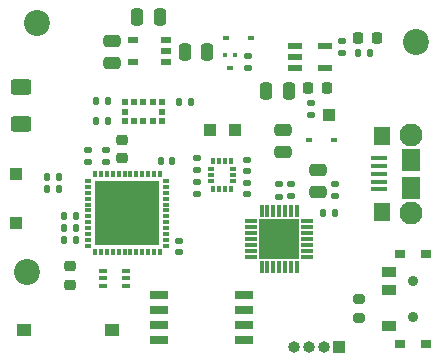
<source format=gbr>
%TF.GenerationSoftware,KiCad,Pcbnew,(6.0.0)*%
%TF.CreationDate,2022-05-13T17:38:04+01:00*%
%TF.ProjectId,Tracer,54726163-6572-42e6-9b69-6361645f7063,D*%
%TF.SameCoordinates,Original*%
%TF.FileFunction,Soldermask,Top*%
%TF.FilePolarity,Negative*%
%FSLAX46Y46*%
G04 Gerber Fmt 4.6, Leading zero omitted, Abs format (unit mm)*
G04 Created by KiCad (PCBNEW (6.0.0)) date 2022-05-13 17:38:04*
%MOMM*%
%LPD*%
G01*
G04 APERTURE LIST*
G04 Aperture macros list*
%AMRoundRect*
0 Rectangle with rounded corners*
0 $1 Rounding radius*
0 $2 $3 $4 $5 $6 $7 $8 $9 X,Y pos of 4 corners*
0 Add a 4 corners polygon primitive as box body*
4,1,4,$2,$3,$4,$5,$6,$7,$8,$9,$2,$3,0*
0 Add four circle primitives for the rounded corners*
1,1,$1+$1,$2,$3*
1,1,$1+$1,$4,$5*
1,1,$1+$1,$6,$7*
1,1,$1+$1,$8,$9*
0 Add four rect primitives between the rounded corners*
20,1,$1+$1,$2,$3,$4,$5,0*
20,1,$1+$1,$4,$5,$6,$7,0*
20,1,$1+$1,$6,$7,$8,$9,0*
20,1,$1+$1,$8,$9,$2,$3,0*%
G04 Aperture macros list end*
%ADD10R,1.000000X1.000000*%
%ADD11O,1.000000X1.000000*%
%ADD12C,0.900000*%
%ADD13R,1.250000X0.900000*%
%ADD14R,0.900000X0.800000*%
%ADD15RoundRect,0.140000X-0.140000X-0.170000X0.140000X-0.170000X0.140000X0.170000X-0.140000X0.170000X0*%
%ADD16RoundRect,0.135000X0.135000X0.185000X-0.135000X0.185000X-0.135000X-0.185000X0.135000X-0.185000X0*%
%ADD17RoundRect,0.140000X0.170000X-0.140000X0.170000X0.140000X-0.170000X0.140000X-0.170000X-0.140000X0*%
%ADD18RoundRect,0.250000X0.475000X-0.250000X0.475000X0.250000X-0.475000X0.250000X-0.475000X-0.250000X0*%
%ADD19RoundRect,0.250000X0.250000X0.475000X-0.250000X0.475000X-0.250000X-0.475000X0.250000X-0.475000X0*%
%ADD20R,0.600000X0.450000*%
%ADD21R,0.400000X0.450000*%
%ADD22R,0.500000X0.450000*%
%ADD23RoundRect,0.135000X-0.135000X-0.185000X0.135000X-0.185000X0.135000X0.185000X-0.135000X0.185000X0*%
%ADD24C,2.200000*%
%ADD25RoundRect,0.250000X-0.250000X-0.475000X0.250000X-0.475000X0.250000X0.475000X-0.250000X0.475000X0*%
%ADD26RoundRect,0.225000X0.250000X-0.225000X0.250000X0.225000X-0.250000X0.225000X-0.250000X-0.225000X0*%
%ADD27R,0.500000X0.500000*%
%ADD28RoundRect,0.135000X-0.185000X0.135000X-0.185000X-0.135000X0.185000X-0.135000X0.185000X0.135000X0*%
%ADD29R,0.350000X0.575000*%
%ADD30R,0.575000X0.350000*%
%ADD31R,1.350000X0.400000*%
%ADD32C,1.950000*%
%ADD33R,1.400000X1.600000*%
%ADD34R,1.600000X1.900000*%
%ADD35R,1.200000X0.600000*%
%ADD36RoundRect,0.140000X0.140000X0.170000X-0.140000X0.170000X-0.140000X-0.170000X0.140000X-0.170000X0*%
%ADD37RoundRect,0.218750X-0.218750X-0.256250X0.218750X-0.256250X0.218750X0.256250X-0.218750X0.256250X0*%
%ADD38RoundRect,0.135000X0.185000X-0.135000X0.185000X0.135000X-0.185000X0.135000X-0.185000X-0.135000X0*%
%ADD39RoundRect,0.140000X-0.170000X0.140000X-0.170000X-0.140000X0.170000X-0.140000X0.170000X0.140000X0*%
%ADD40R,1.200000X1.000000*%
%ADD41R,1.000000X0.300000*%
%ADD42R,0.300000X1.000000*%
%ADD43R,3.350000X3.350000*%
%ADD44RoundRect,0.250000X-0.625000X0.400000X-0.625000X-0.400000X0.625000X-0.400000X0.625000X0.400000X0*%
%ADD45R,0.650000X0.400000*%
%ADD46R,0.550000X0.350000*%
%ADD47R,0.350000X0.550000*%
%ADD48R,5.500000X5.500000*%
%ADD49RoundRect,0.225000X-0.250000X0.225000X-0.250000X-0.225000X0.250000X-0.225000X0.250000X0.225000X0*%
%ADD50RoundRect,0.200000X-0.275000X0.200000X-0.275000X-0.200000X0.275000X-0.200000X0.275000X0.200000X0*%
%ADD51R,0.900000X0.600000*%
%ADD52R,1.650000X0.650000*%
G04 APERTURE END LIST*
D10*
%TO.C,J2*%
X157400000Y-110900000D03*
D11*
X156130000Y-110900000D03*
X154860000Y-110900000D03*
X153590000Y-110900000D03*
%TD*%
D12*
%TO.C,S2*%
X163700000Y-105300000D03*
X163700000Y-108300000D03*
D13*
X161625000Y-104550000D03*
X161625000Y-106050000D03*
X161625000Y-109050000D03*
D14*
X164800000Y-103000000D03*
X162600000Y-103000000D03*
X162600000Y-110600000D03*
X164800000Y-110600000D03*
%TD*%
D15*
%TO.C,C15*%
X142320000Y-95100000D03*
X143280000Y-95100000D03*
%TD*%
D16*
%TO.C,R10*%
X135110000Y-99750000D03*
X134090000Y-99750000D03*
%TD*%
D17*
%TO.C,C1*%
X149600000Y-97900000D03*
X149600000Y-96940000D03*
%TD*%
D18*
%TO.C,C16*%
X138195000Y-86850000D03*
X138195000Y-84950000D03*
%TD*%
D19*
%TO.C,C5*%
X153155000Y-89200000D03*
X151255000Y-89200000D03*
%TD*%
D20*
%TO.C,D1*%
X154900000Y-93300000D03*
X157000000Y-93300000D03*
%TD*%
D21*
%TO.C,Q2*%
X148600000Y-86125000D03*
X147800000Y-86125000D03*
D22*
X148200000Y-87275000D03*
%TD*%
D23*
%TO.C,R7*%
X134090000Y-100750000D03*
X135110000Y-100750000D03*
%TD*%
D18*
%TO.C,C3*%
X152650000Y-94350000D03*
X152650000Y-92450000D03*
%TD*%
D24*
%TO.C,H3*%
X131000000Y-104500000D03*
%TD*%
D25*
%TO.C,C6*%
X140345000Y-82900000D03*
X142245000Y-82900000D03*
%TD*%
D26*
%TO.C,C14*%
X139000000Y-94875000D03*
X139000000Y-93325000D03*
%TD*%
D27*
%TO.C,IC4*%
X139250000Y-90131885D03*
X140050000Y-90131885D03*
X140850000Y-90131885D03*
X141650000Y-90131885D03*
X142450000Y-90131885D03*
X142450000Y-90931885D03*
X142450000Y-91731885D03*
X141650000Y-91731885D03*
X140850000Y-91731885D03*
X140050000Y-91731885D03*
X139250000Y-91731885D03*
X139250000Y-90931885D03*
%TD*%
D28*
%TO.C,R12*%
X153350000Y-97090000D03*
X153350000Y-98110000D03*
%TD*%
D29*
%TO.C,IC1*%
X146750000Y-97463000D03*
X147250000Y-97463000D03*
X147750000Y-97463000D03*
X148250000Y-97463000D03*
D30*
X148412000Y-96800000D03*
X148412000Y-96300000D03*
X148412000Y-95800000D03*
D29*
X148250000Y-95137000D03*
X147750000Y-95137000D03*
X147250000Y-95137000D03*
X146750000Y-95137000D03*
D30*
X146588000Y-95800000D03*
X146588000Y-96300000D03*
X146588000Y-96800000D03*
%TD*%
D31*
%TO.C,J1*%
X160800000Y-97500000D03*
X160800000Y-96850000D03*
X160800000Y-96200000D03*
X160800000Y-95550000D03*
X160800000Y-94900000D03*
D32*
X163475000Y-99500000D03*
X163475000Y-92900000D03*
D33*
X161025000Y-99400000D03*
D34*
X163475000Y-97400000D03*
X163475000Y-95000000D03*
D33*
X161025000Y-93000000D03*
%TD*%
D35*
%TO.C,IC5*%
X153705000Y-85350000D03*
X153705000Y-86300000D03*
X153705000Y-87250000D03*
X156205000Y-87250000D03*
X156205000Y-85350000D03*
%TD*%
D23*
%TO.C,R16*%
X143840000Y-90150000D03*
X144860000Y-90150000D03*
%TD*%
D16*
%TO.C,R2*%
X160010000Y-86000000D03*
X158990000Y-86000000D03*
%TD*%
D17*
%TO.C,C10*%
X137700000Y-95180000D03*
X137700000Y-94220000D03*
%TD*%
D10*
%TO.C,TP3*%
X146500000Y-92500000D03*
%TD*%
D18*
%TO.C,C18*%
X155600000Y-97750000D03*
X155600000Y-95850000D03*
%TD*%
D17*
%TO.C,C13*%
X136200000Y-95180000D03*
X136200000Y-94220000D03*
%TD*%
D36*
%TO.C,C20*%
X137830000Y-91750000D03*
X136870000Y-91750000D03*
%TD*%
D37*
%TO.C,D2*%
X159012500Y-84700000D03*
X160587500Y-84700000D03*
%TD*%
D28*
%TO.C,R4*%
X145400000Y-94890000D03*
X145400000Y-95910000D03*
%TD*%
D38*
%TO.C,R6*%
X157700000Y-86000000D03*
X157700000Y-84980000D03*
%TD*%
D10*
%TO.C,TP11*%
X130100000Y-96200000D03*
%TD*%
%TO.C,TP6*%
X130100000Y-100400000D03*
%TD*%
D24*
%TO.C,H2*%
X163900000Y-85000000D03*
%TD*%
D38*
%TO.C,R3*%
X155000000Y-91210000D03*
X155000000Y-90190000D03*
%TD*%
D39*
%TO.C,C2*%
X149600000Y-95020000D03*
X149600000Y-95980000D03*
%TD*%
D40*
%TO.C,S1*%
X138150000Y-109400000D03*
X130750000Y-109400000D03*
%TD*%
D37*
%TO.C,D4*%
X154812500Y-88900000D03*
X156387500Y-88900000D03*
%TD*%
D20*
%TO.C,D3*%
X147850000Y-84700000D03*
X149950000Y-84700000D03*
%TD*%
D38*
%TO.C,R1*%
X149700000Y-87210000D03*
X149700000Y-86190000D03*
%TD*%
D36*
%TO.C,C19*%
X137830000Y-90050000D03*
X136870000Y-90050000D03*
%TD*%
D41*
%TO.C,IC8*%
X154700000Y-103200000D03*
X154700000Y-102700000D03*
X154700000Y-102200000D03*
X154700000Y-101700000D03*
X154700000Y-101200000D03*
X154700000Y-100700000D03*
X154700000Y-100200000D03*
D42*
X153850000Y-99350000D03*
X153350000Y-99350000D03*
X152850000Y-99350000D03*
X152350000Y-99350000D03*
X151850000Y-99350000D03*
X151350000Y-99350000D03*
X150850000Y-99350000D03*
D41*
X150000000Y-100200000D03*
X150000000Y-100700000D03*
X150000000Y-101200000D03*
X150000000Y-101700000D03*
X150000000Y-102200000D03*
X150000000Y-102700000D03*
X150000000Y-103200000D03*
D42*
X150850000Y-104050000D03*
X151350000Y-104050000D03*
X151850000Y-104050000D03*
X152350000Y-104050000D03*
X152850000Y-104050000D03*
X153350000Y-104050000D03*
X153850000Y-104050000D03*
D43*
X152350000Y-101700000D03*
%TD*%
D36*
%TO.C,C12*%
X133680000Y-96500000D03*
X132720000Y-96500000D03*
%TD*%
D24*
%TO.C,H1*%
X131800000Y-83400000D03*
%TD*%
D44*
%TO.C,AE1*%
X130500000Y-88850000D03*
X130500000Y-91950000D03*
%TD*%
D16*
%TO.C,R9*%
X135110000Y-101800000D03*
X134090000Y-101800000D03*
%TD*%
D45*
%TO.C,Q1*%
X139350000Y-105700000D03*
X139350000Y-105050000D03*
X139350000Y-104400000D03*
X137450000Y-104400000D03*
X137450000Y-105050000D03*
X137450000Y-105700000D03*
%TD*%
D46*
%TO.C,IC3*%
X136200000Y-96800000D03*
X136200000Y-97300000D03*
X136200000Y-97800000D03*
X136200000Y-98300000D03*
X136200000Y-98800000D03*
X136200000Y-99300000D03*
X136200000Y-99800000D03*
X136200000Y-100300000D03*
X136200000Y-100800000D03*
X136200000Y-101300000D03*
X136200000Y-101800000D03*
X136200000Y-102300000D03*
D47*
X136750000Y-102850000D03*
X137250000Y-102850000D03*
X137750000Y-102850000D03*
X138250000Y-102850000D03*
X138750000Y-102850000D03*
X139250000Y-102850000D03*
X139750000Y-102850000D03*
X140250000Y-102850000D03*
X140750000Y-102850000D03*
X141250000Y-102850000D03*
X141750000Y-102850000D03*
X142250000Y-102850000D03*
D46*
X142800000Y-102300000D03*
X142800000Y-101800000D03*
X142800000Y-101300000D03*
X142800000Y-100800000D03*
X142800000Y-100300000D03*
X142800000Y-99800000D03*
X142800000Y-99300000D03*
X142800000Y-98800000D03*
X142800000Y-98300000D03*
X142800000Y-97800000D03*
X142800000Y-97300000D03*
X142800000Y-96800000D03*
D47*
X142250000Y-96250000D03*
X141750000Y-96250000D03*
X141250000Y-96250000D03*
X140750000Y-96250000D03*
X140250000Y-96250000D03*
X139750000Y-96250000D03*
X139250000Y-96250000D03*
X138750000Y-96250000D03*
X138250000Y-96250000D03*
X137750000Y-96250000D03*
X137250000Y-96250000D03*
X136750000Y-96250000D03*
D48*
X139494000Y-99537000D03*
%TD*%
D15*
%TO.C,C17*%
X156070000Y-99550000D03*
X157030000Y-99550000D03*
%TD*%
D49*
%TO.C,C7*%
X134600000Y-104025000D03*
X134600000Y-105575000D03*
%TD*%
D38*
%TO.C,R5*%
X145400000Y-97920000D03*
X145400000Y-96900000D03*
%TD*%
D17*
%TO.C,C8*%
X157100000Y-98060000D03*
X157100000Y-97100000D03*
%TD*%
D10*
%TO.C,TP4*%
X148600000Y-92500000D03*
%TD*%
D19*
%TO.C,C4*%
X146245000Y-85900000D03*
X144345000Y-85900000D03*
%TD*%
D50*
%TO.C,R8*%
X159100000Y-108425000D03*
X159100000Y-106775000D03*
%TD*%
D51*
%TO.C,IC6*%
X142795000Y-86750000D03*
X142795000Y-85800000D03*
X142795000Y-84850000D03*
X139995000Y-84850000D03*
X139995000Y-86750000D03*
%TD*%
D38*
%TO.C,R13*%
X152350000Y-98120000D03*
X152350000Y-97100000D03*
%TD*%
D52*
%TO.C,IC2*%
X142200000Y-106495000D03*
X142200000Y-107765000D03*
X142200000Y-109035000D03*
X142200000Y-110305000D03*
X149400000Y-110305000D03*
X149400000Y-109035000D03*
X149400000Y-107765000D03*
X149400000Y-106495000D03*
%TD*%
D10*
%TO.C,TP2*%
X156550000Y-91200000D03*
%TD*%
D39*
%TO.C,C11*%
X143900000Y-101870000D03*
X143900000Y-102830000D03*
%TD*%
D36*
%TO.C,C9*%
X133680000Y-97500000D03*
X132720000Y-97500000D03*
%TD*%
M02*

</source>
